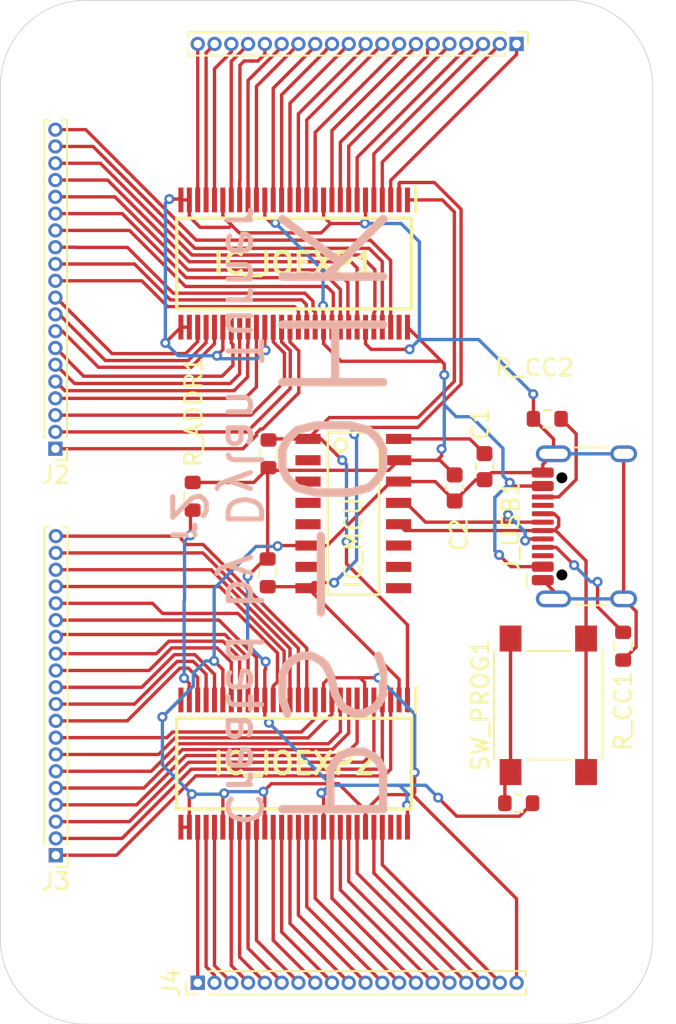
<source format=kicad_pcb>
(kicad_pcb (version 20240108) (generator "pcbnew") (generator_version "8.0")
  (title_block (title "PS-OHK Control Board") (date "2024-06-24") (rev "2") (company "Polymath-Studio"))
  (layers (0 "F.Cu" signal) (31 "B.Cu" signal) (34 "B.Paste" user) (35 "F.Paste" user) (36 "B.SilkS" user "B.Silkscreen") (37 "F.SilkS" user "F.Silkscreen") (38 "B.Mask" user) (39 "F.Mask" user) (44 "Edge.Cuts" user))
  (net 0 "")
  (net 1 "/3V3")
  (net 2 "GND")
  (net 3 "VCC")
  (net 4 "/KEY_F6")
  (net 5 "/KEY_F4")
  (net 6 "/USB-")
  (net 7 "/KEY_F10")
  (net 8 "/KEY_F5")
  (net 9 "/KEY_F12")
  (net 10 "/KEY_F11")
  (net 11 "/SCL")
  (net 12 "/KEY_F9")
  (net 13 "/USB+")
  (net 14 "/KEY_F3")
  (net 15 "/SDA")
  (net 18 "Net-(IC_IOEXP2-A0)")
  (net 19 "/KEY_F7")
  (net 20 "/KEY_ESC")
  (net 21 "/KEY_F1")
  (net 22 "/KEY_F2")
  (net 23 "/KEY_F8")
  (net 31 "/KEY_REAL_6")
  (net 34 "/KEY_BACKSPACE")
  (net 37 "Net-(J_USB1-CC2)")
  (net 38 "Net-(J_USB1-CC1)")
  (net 39 "Net-(R_PROG1-Pad2)")
  (net 40 "/KEY_RIGHT")
  (net 41 "/KEY_LEFT")
  (net 42 "/KEY_DOWN")
  (net 43 "/KEY_UP")
  (net 44 "/KEY_PGU")
  (net 45 "/KEY_DEL")
  (net 46 "/KEY_PGD")
  (net 47 "/KEY_INS")
  (net 48 "/KEY_END")
  (net 49 "/KEY_HOM")
  (net 50 "/KEY_COMMA")
  (net 51 "/KEY_TAB")
  (net 52 "/KEY_1")
  (net 53 "/KEY_SHIFT")
  (net 54 "/KEY_CAPS")
  (net 55 "/KEY_GRAVE")
  (net 56 "/KEY_SEMI")
  (net 57 "/KEY_LBK")
  (net 58 "/KEY_PERD")
  (net 59 "/KEY_APOST")
  (net 60 "/KEY_2")
  (net 61 "/KEY_H")
  (net 62 "/KEY_RBK")
  (net 63 "/KEY_W")
  (net 64 "/KEY_K")
  (net 65 "/KEY_3")
  (net 66 "/KEY_X")
  (net 67 "/KEY_R")
  (net 68 "/KEY_G")
  (net 69 "/KEY_L")
  (net 70 "/KEY_J")
  (net 71 "/KEY_T")
  (net 72 "/KEY_D")
  (net 73 "/KEY_F")
  (net 74 "/KEY_4")
  (net 75 "/KEY_V")
  (net 76 "/KEY_5")
  (net 77 "/KEY_N")
  (net 78 "/KEY_M")
  (net 79 "/KEY_B")
  (net 80 "/KEY_P")
  (net 81 "/KEY_6")
  (net 82 "/KEY_S")
  (net 83 "/KEY_BSLASH")
  (net 84 "/KEY_7")
  (net 85 "/KEY_Z")
  (net 86 "/KEY_Q")
  (net 87 "/KEY_U")
  (net 88 "/KEY_DASH")
  (net 89 "/KEY_0")
  (net 90 "/KEY_RET")
  (net 91 "/KEY_8")
  (net 92 "/KEY_9")
  (net 93 "/KEY_SP")
  (net 94 "/KEY_I")
  (net 95 "/KEY_WIN")
  (net 96 "/KEY_ALT")
  (net 97 "/KEY_Y")
  (net 98 "/KEY_A")
  (net 99 "/KEY_E")
  (net 100 "/KEY_EQ")
  (net 101 "/KEY_CTRL")
  (net 102 "/KEY_O")
  (net 103 "/KEY_SLASH")
  (footprint "ch552g:SOIC-16_3.9x9.9mm_Pitch1.27mm" (layer "F.Cu") (at 46.4304 55.9562)
    (property "Reference" "IC_MCU1")
    (property "Value" "~")
  )
  (footprint "Resistor_SMD:R_0603_1608Metric" (layer "F.Cu") (at 41.325 59.4868 -90)
    (property "Reference" "R_I2C2" (hide yes))
    (property "Value" "1-10k" (hide yes))
  )
  (footprint "Resistor_SMD:R_0603_1608Metric" (layer "F.Cu") (at 41.3758 52.4002 90)
    (property "Reference" "R_I2C1" (hide yes))
    (property "Value" "1-10k" (hide yes))
  )
  (footprint "Connector_PinHeader_1.00mm:PinHeader_1x20_P1.00mm_Vertical" (layer "F.Cu") (at 28.6758 52.0962 180)
    (property "Reference" "J2")
    (property "Value" "Conn_01x20" (hide yes))
  )
  (footprint "Capacitor_SMD:C_0603_1608Metric" (layer "F.Cu") (at 52.468 54.4322 -90)
    (property "Reference" "C2")
    (property "Value" "100nF" (hide yes))
  )
  (footprint "Resistor_SMD:R_0603_1608Metric" (layer "F.Cu") (at 57.986 50.3152 180)
    (property "Reference" "R_CC2")
    (property "Value" "5.1k")
  )
  (footprint "Connector_PinHeader_1.00mm:PinHeader_1x20_P1.00mm_Vertical" (layer "F.Cu") (at 56.1594 27.9908 -90)
    (property "Reference" "J1" (hide yes))
    (property "Value" "Conn_01x20" (hide yes))
  )
  (footprint "Resistor_SMD:R_0603_1608Metric" (layer "F.Cu") (at 36.8546 54.928 -90)
    (property "Reference" "R_ADDR1")
    (property "Value" "1-10k" (hide yes))
  )
  (footprint "PCA9505DGGY:SOP50P810X120-56N" (layer "F.Cu") (at 42.9062 70.844 -90)
    (property "Reference" "IC_IOEXP2")
    (property "Value" "~" (hide yes))
  )
  (footprint "Resistor_SMD:R_0603_1608Metric" (layer "F.Cu") (at 56.2856 73.2028 180)
    (property "Reference" "R_PROG1" (hide yes))
    (property "Value" "10k" (hide yes))
  )
  (footprint "PCA9505DGGY:SOP50P810X120-56N" (layer "F.Cu") (at 42.9062 41.0684 -90)
    (property "Reference" "IC_IOEXP1")
    (property "Value" "~" (hide yes))
  )
  (footprint "Connector_USB:USB_C_Receptacle_HCTL_HC-TYPE-C-16P-01A" (layer "F.Cu") (at 61.464 56.7182 90)
    (property "Reference" "J_USB1")
    (property "Value" "~" (hide yes))
  )
  (footprint "Capacitor_SMD:C_0603_1608Metric" (layer "F.Cu") (at 54.246 53.1622 -90)
    (property "Reference" "C1")
    (property "Value" "100nF" (hide yes))
  )
  (footprint "Connector_PinHeader_1.00mm:PinHeader_1x20_P1.00mm_Vertical" (layer "F.Cu") (at 37.1594 83.8962 90)
    (property "Reference" "J4")
    (property "Value" "Conn_01x20" (hide yes))
  )
  (footprint "Connector_PinHeader_1.00mm:PinHeader_1x20_P1.00mm_Vertical" (layer "F.Cu") (at 28.7012 76.3016 180)
    (property "Reference" "J3")
    (property "Value" "Conn_01x20" (hide yes))
  )
  (footprint "Resistor_SMD:R_0603_1608Metric" (layer "F.Cu") (at 62.5086 63.8556 -90)
    (property "Reference" "R_CC1")
    (property "Value" "5.1k")
  )
  (footprint "Button_Switch_SMD:SW_Push_1P1T_NO_6x6mm_H9.5mm" (layer "F.Cu") (at 58.0488 67.3734 90)
    (property "Reference" "SW_PROG1")
    (property "Value" "~" (hide yes))
  )
  (gr_line (start 25.4 81.28) (end 25.4 30.48) (stroke (width 0.05)) (layer "Edge.Cuts"))
  (gr_line (start 59.182 86.36) (end 30.48 86.36) (stroke (width 0.05)) (layer "Edge.Cuts"))
  (gr_line (start 64.262 30.48) (end 64.262 81.28) (stroke (width 0.05)) (layer "Edge.Cuts"))
  (gr_arc (start 64.262 81.28) (mid 62.774102 84.872102) (end 59.182 86.36) (stroke (width 0.05)) (layer "Edge.Cuts"))
  (gr_arc (start 30.48 86.36) (mid 26.887898 84.872102) (end 25.4 81.28) (stroke (width 0.05)) (layer "Edge.Cuts"))
  (gr_arc (start 59.182 25.4) (mid 62.774102 26.887898) (end 64.262 30.48) (stroke (width 0.05)) (layer "Edge.Cuts"))
  (gr_arc (start 25.4 30.48) (mid 26.887898 26.887898) (end 30.48 25.4) (stroke (width 0.05)) (layer "Edge.Cuts"))
  (gr_line (start 30.48 25.4) (end 59.182 25.4) (stroke (width 0.05)) (layer "Edge.Cuts"))
  (gr_text "PS-OHK" (at 44.958 56.134 -90) (layer "B.SilkS") (effects (font (size 6 6) (thickness 0.5)) (justify mirror)))
  (gr_text "Created by Dylan Turner" (at 39.878 56.134 -90) (layer "B.SilkS") (effects (font (size 2 2) (thickness 0.3)) (justify mirror)))
  (gr_text "r2" (at 36.576 56.134 -90) (layer "B.SilkS") (effects (font (size 2 2) (thickness 0.3)) (justify mirror)))
  (segment (start 54.246 52.3872) (end 53.37 51.5112) (width 0.2) (layer "F.Cu") (net 1))
  (segment (start 53.37 51.5112) (end 49.1304 51.5112) (width 0.2) (layer "F.Cu") (net 1))
  (segment (start 41.5448 72.0432) (end 41.071 72.517) (width 0.2) (layer "F.Cu") (net 2))
  (segment (start 50.088 72.5678) (end 49.961 72.6948) (width 0.2) (layer "F.Cu") (net 2))
  (segment (start 44.6562 67.056) (end 44.6562 66.0685) (width 0.2) (layer "F.Cu") (net 2))
  (segment (start 49.1304 54.0512) (end 48.6804 54.0512) (width 0.2) (layer "F.Cu") (net 2))
  (segment (start 63.2836 63.9056) (end 63.2836 61.7828) (width 0.2) (layer "F.Cu") (net 2))
  (segment (start 35.229 45.7962) (end 35.229 45.7836) (width 0.2) (layer "F.Cu") (net 2))
  (segment (start 38.6562 72.6966) (end 38.6562 74.632) (width 0.2) (layer "F.Cu") (net 2))
  (segment (start 47.1562 37.2804) (end 47.1562 38.6442) (width 0.2) (layer "F.Cu") (net 2))
  (segment (start 46.8229 65.7352) (end 47.929 65.7352) (width 0.2) (layer "F.Cu") (net 2))
  (segment (start 47.4895 46.1772) (end 49.7832 46.1772) (width 0.2) (layer "F.Cu") (net 2))
  (segment (start 57.719 53.5182) (end 57.719 53.0382) (width 0.2) (layer "F.Cu") (net 2))
  (segment (start 47.1062 66.0185) (end 47.1062 67.006) (width 0.2) (layer "F.Cu") (net 2))
  (segment (start 38.6562 65.251906) (end 38.137147 64.732853) (width 0.2) (layer "F.Cu") (net 2))
  (segment (start 41.1562 46.178) (end 41.1562 44.8564) (width 0.2) (layer "F.Cu") (net 2))
  (segment (start 48.1059 72.6948) (end 49.961 72.6948) (width 0.2) (layer "F.Cu") (net 2))
  (segment (start 36.104385 37.228585) (end 36.1562 37.2804) (width 0.2) (layer "F.Cu") (net 2))
  (segment (start 38.6562 38.2679) (end 39.6313 39.243) (width 0.2) (layer "F.Cu") (net 2))
  (segment (start 39.039 38.9128) (end 39.1152 38.8366) (width 0.2) (layer "F.Cu") (net 2))
  (segment (start 44.5137 39.243) (end 45.0725 38.6842) (width 0.2) (layer "F.Cu") (net 2))
  (segment (start 54.246 53.9372) (end 54.665 53.5182) (width 0.2) (layer "F.Cu") (net 2))
  (segment (start 51.312 54.0512) (end 49.1304 54.0512) (width 0.2) (layer "F.Cu") (net 2))
  (segment (start 39.6313 39.243) (end 44.5137 39.243) (width 0.2) (layer "F.Cu") (net 2))
  (segment (start 36.6562 37.2804) (end 36.6562 38.2679) (width 0.2) (layer "F.Cu") (net 2))
  (segment (start 47.1562 73.6445) (end 45.5549 72.0432) (width 0.2) (layer "F.Cu") (net 2))
  (segment (start 38.7342 72.6186) (end 38.6562 72.6966) (width 0.2) (layer "F.Cu") (net 2))
  (segment (start 57.161 48.8552) (end 57.15 48.8442) (width 0.2) (layer "F.Cu") (net 2))
  (segment (start 63.2836 61.7828) (end 62.539 61.0382) (width 0.2) (layer "F.Cu") (net 2))
  (segment (start 50.088 71.374) (end 50.088 72.5678) (width 0.2) (layer "F.Cu") (net 2))
  (segment (start 35.465415 37.228585) (end 36.104385 37.228585) (width 0.2) (layer "F.Cu") (net 2))
  (segment (start 47.1562 74.632) (end 47.1562 73.6445) (width 0.2) (layer "F.Cu") (net 2))
  (segment (start 41.1562 74.632) (end 41.1562 72.6022) (width 0.2) (layer "F.Cu") (net 2))
  (segment (start 46.8229 65.7352) (end 47.1062 66.0185) (width 0.2) (layer "F.Cu") (net 2))
  (segment (start 37.3011 38.9128) (end 39.039 38.9128) (width 0.2) (layer "F.Cu") (net 2))
  (segment (start 44.6562 37.2804) (end 44.6562 38.2679) (width 0.2) (layer "F.Cu") (net 2))
  (segment (start 52.468 55.2072) (end 51.312 54.0512) (width 0.2) (layer "F.Cu") (net 2))
  (segment (start 44.9895 65.7352) (end 46.8229 65.7352) (width 0.2) (layer "F.Cu") (net 2))
  (segment (start 56.1594 78.8932) (end 56.1594 83.8962) (width 0.2) (layer "F.Cu") (net 2))
  (segment (start 58.359 51.5132) (end 57.161 50.3152) (width 0.2) (layer "F.Cu") (net 2))
  (segment (start 36.1562 67.056) (end 36.068 67.056) (width 0.2) (layer "F.Cu") (net 2))
  (segment (start 58.359 61.0382) (end 58.359 60.5582) (width 0.2) (layer "F.Cu") (net 2))
  (segment (start 44.6562 38.2679) (end 45.0725 38.6842) (width 0.2) (layer "F.Cu") (net 2))
  (segment (start 35.229 45.7836) (end 36.1562 44.8564) (width 0.2) (layer "F.Cu") (net 2))
  (segment (start 54.665 53.5182) (end 57.719 53.5182) (width 0.2) (layer "F.Cu") (net 2))
  (segment (start 57.161 50.3152) (end 57.161 48.8552) (width 0.2) (layer "F.Cu") (net 2))
  (segment (start 47.1562 45.8439) (end 47.4895 46.1772) (width 0.2) (layer "F.Cu") (net 2))
  (segment (start 58.359 60.5582) (end 57.719 59.9182) (width 0.2) (layer "F.Cu") (net 2))
  (segment (start 38.6562 67.056) (end 38.6562 65.251906) (width 0.2) (layer "F.Cu") (net 2))
  (segment (start 48.6804 54.0512) (end 44.8704 57.8612) (width 0.2) (layer "F.Cu") (net 2))
  (segment (start 49.961 72.6948) (end 56.1594 78.8932) (width 0.2) (layer "F.Cu") (net 2))
  (segment (start 57.719 53.0382) (end 58.359 52.3982) (width 0.2) (layer "F.Cu") (net 2))
  (segment (start 36.6562 72.817) (end 36.8038 72.6694) (width 0.2) (layer "F.Cu") (net 2))
  (segment (start 36.6562 74.632) (end 36.1562 74.632) (width 0.2) (layer "F.Cu") (net 2))
  (segment (start 36.1562 37.2804) (end 36.6562 37.2804) (width 0.2) (layer "F.Cu") (net 2))
  (segment (start 44.8704 57.8612) (end 43.7304 57.8612) (width 0.2) (layer "F.Cu") (net 2))
  (segment (start 47.1062 67.006) (end 47.1562 67.056) (width 0.2) (layer "F.Cu") (net 2))
  (segment (start 58.359 52.3982) (end 58.359 51.5132) (width 0.2) (layer "F.Cu") (net 2))
  (segment (start 47.1562 73.6445) (end 48.1059 72.6948) (width 0.2) (layer "F.Cu") (net 2))
  (segment (start 41.1562 72.6022) (end 41.071 72.517) (width 0.2) (layer "F.Cu") (net 2))
  (segment (start 41.2062 46.228) (end 41.1562 46.178) (width 0.2) (layer "F.Cu") (net 2))
  (segment (start 38.6562 44.8564) (end 38.6562 46.2044) (width 0.2) (layer "F.Cu") (net 2))
  (segment (start 44.6562 66.0685) (end 44.9895 65.7352) (width 0.2) (layer "F.Cu") (net 2))
  (segment (start 62.539 52.3982) (end 62.539 61.0382) (width 0.2) (layer "F.Cu") (net 2))
  (segment (start 45.0725 38.6842) (end 47.1162 38.6842) (width 0.2) (layer "F.Cu") (net 2))
  (segment (start 36.068 67.056) (end 35.052 68.072) (width 0.2) (layer "F.Cu") (net 2))
  (segment (start 36.6562 74.632) (end 36.6562 72.817) (width 0.2) (layer "F.Cu") (net 2))
  (segment (start 47.1162 44.8164) (end 47.1562 44.8564) (width 0.2) (layer "F.Cu") (net 2))
  (segment (start 38.6562 37.2804) (end 38.6562 38.2679) (width 0.2) (layer "F.Cu") (net 2))
  (segment (start 36.6562 44.8564) (end 36.1562 44.8564) (width 0.2) (layer "F.Cu") (net 2))
  (segment (start 38.6562 46.2044) (end 38.3024 46.5582) (width 0.2) (layer "F.Cu") (net 2))
  (segment (start 47.1562 44.8564) (end 47.1562 45.8439) (width 0.2) (layer "F.Cu") (net 2))
  (segment (start 62.5086 64.6806) (end 63.2836 63.9056) (width 0.2) (layer "F.Cu") (net 2))
  (segment (start 36.6562 38.2679) (end 37.3011 38.9128) (width 0.2) (layer "F.Cu") (net 2))
  (segment (start 53.738 53.9372) (end 52.468 55.2072) (width 0.2) (layer "F.Cu") (net 2))
  (segment (start 47.1562 38.6442) (end 47.1162 38.6842) (width 0.2) (layer "F.Cu") (net 2))
  (segment (start 43.7304 57.8612) (end 41.954603 57.8612) (width 0.2) (layer "F.Cu") (net 2))
  (segment (start 54.246 53.9372) (end 53.738 53.9372) (width 0.2) (layer "F.Cu") (net 2))
  (segment (start 45.5549 72.0432) (end 41.5448 72.0432) (width 0.2) (layer "F.Cu") (net 2))
  (segment (start 41.954603 57.8612) (end 41.921105 57.894698) (width 0.2) (layer "F.Cu") (net 2))
  (via (at 41.071 72.517) (size 0.6) (drill 0.3) (layers "F.Cu" "B.Cu") (net 2))
  (via (at 49.7832 46.1772) (size 0.6) (drill 0.3) (layers "F.Cu" "B.Cu") (net 2))
  (via (at 57.15 48.8442) (size 0.6) (drill 0.3) (layers "F.Cu" "B.Cu") (net 2))
  (via (at 36.8038 72.6694) (size 0.6) (drill 0.3) (layers "F.Cu" "B.Cu") (net 2))
  (via (at 38.7342 72.6186) (size 0.6) (drill 0.3) (layers "F.Cu" "B.Cu") (net 2))
  (via (at 35.052 68.072) (size 0.6) (drill 0.3) (layers "F.Cu" "B.Cu") (net 2))
  (via (at 50.088 71.374) (size 0.6) (drill 0.3) (layers "F.Cu" "B.Cu") (net 2))
  (via (at 35.229 45.7962) (size 0.6) (drill 0.3) (layers "F.Cu" "B.Cu") (net 2))
  (via (at 35.465415 37.228585) (size 0.6) (drill 0.3) (layers "F.Cu" "B.Cu") (net 2))
  (via (at 38.3024 46.5582) (size 0.6) (drill 0.3) (layers "F.Cu" "B.Cu") (net 2))
  (via (at 41.2062 46.228) (size 0.6) (drill 0.3) (layers "F.Cu" "B.Cu") (net 2))
  (via (at 47.929 65.7352) (size 0.6) (drill 0.3) (layers "F.Cu" "B.Cu") (net 2))
  (via (at 38.137147 64.732853) (size 0.6) (drill 0.3) (layers "F.Cu" "B.Cu") (net 2))
  (via (at 41.921105 57.894698) (size 0.6) (drill 0.3) (layers "F.Cu" "B.Cu") (net 2))
  (via (at 47.1162 38.6842) (size 0.6) (drill 0.3) (layers "F.Cu" "B.Cu") (net 2))
  (segment (start 38.8358 72.517) (end 38.7342 72.6186) (width 0.2) (layer "B.Cu") (net 2))
  (segment (start 58.359 52.3982) (end 62.539 52.3982) (width 0.2) (layer "B.Cu") (net 2))
  (segment (start 35.229 37.465) (end 35.465415 37.228585) (width 0.2) (layer "B.Cu") (net 2))
  (segment (start 36.8966 65.4654) (end 36.8966 66.2274) (width 0.2) (layer "B.Cu") (net 2))
  (segment (start 38.137147 60.414853) (end 38.137147 64.732853) (width 0.2) (layer "B.Cu") (net 2))
  (segment (start 41.2062 46.228) (end 40.6982 46.736) (width 0.2) (layer "B.Cu") (net 2))
  (segment (start 57.15 48.8442) (end 53.8988 45.593) (width 0.2) (layer "B.Cu") (net 2))
  (segment (start 35.052 70.9176) (end 36.8038 72.6694) (width 0.2) (layer "B.Cu") (net 2))
  (segment (start 47.929 65.7352) (end 50.088 67.8942) (width 0.2) (layer "B.Cu") (net 2))
  (segment (start 53.8988 45.593) (end 50.3674 45.593) (width 0.2) (layer "B.Cu") (net 2))
  (segment (start 49.2752 38.6842) (end 47.1162 38.6842) (width 0.2) (layer "B.Cu") (net 2))
  (segment (start 41.903803 57.912) (end 40.64 57.912) (width 0.2) (layer "B.Cu") (net 2))
  (segment (start 36.8038 72.6694) (end 38.6834 72.6694) (width 0.2) (layer "B.Cu") (net 2))
  (segment (start 35.052 68.072) (end 35.052 70.9176) (width 0.2) (layer "B.Cu") (net 2))
  (segment (start 38.6834 72.6694) (end 38.7342 72.6186) (width 0.2) (layer "B.Cu") (net 2))
  (segment (start 36.8966 66.2274) (end 35.052 68.072) (width 0.2) (layer "B.Cu") (net 2))
  (segment (start 38.3024 46.5582) (end 35.991 46.5582) (width 0.2) (layer "B.Cu") (net 2))
  (segment (start 37.629147 64.732853) (end 36.8966 65.4654) (width 0.2) (layer "B.Cu") (net 2))
  (segment (start 47.1162 38.6842) (end 47.0908 38.7096) (width 0.2) (layer "B.Cu") (net 2))
  (segment (start 41.071 72.517) (end 38.8358 72.517) (width 0.2) (layer "B.Cu") (net 2))
  (segment (start 41.921105 57.894698) (end 41.903803 57.912) (width 0.2) (layer "B.Cu") (net 2))
  (segment (start 35.991 46.5582) (end 35.229 45.7962) (width 0.2) (layer "B.Cu") (net 2))
  (segment (start 58.359 61.0382) (end 62.539 61.0382) (width 0.2) (layer "B.Cu") (net 2))
  (segment (start 40.64 57.912) (end 38.137147 60.414853) (width 0.2) (layer "B.Cu") (net 2))
  (segment (start 49.7832 46.1772) (end 50.3674 45.593) (width 0.2) (layer "B.Cu") (net 2))
  (segment (start 38.137147 64.732853) (end 37.629147 64.732853) (width 0.2) (layer "B.Cu") (net 2))
  (segment (start 50.3674 45.593) (end 50.3674 39.7764) (width 0.2) (layer "B.Cu") (net 2))
  (segment (start 50.088 67.8942) (end 50.088 71.374) (width 0.2) (layer "B.Cu") (net 2))
  (segment (start 38.4802 46.736) (end 38.3024 46.5582) (width 0.2) (layer "B.Cu") (net 2))
  (segment (start 35.229 45.7962) (end 35.229 37.465) (width 0.2) (layer "B.Cu") (net 2))
  (segment (start 50.3674 39.7764) (end 49.2752 38.6842) (width 0.2) (layer "B.Cu") (net 2))
  (segment (start 40.6982 46.736) (end 38.4802 46.736) (width 0.2) (layer "B.Cu") (net 2))
  (segment (start 44.6562 44.8564) (end 44.6562 45.8439) (width 0.2) (layer "F.Cu") (net 3))
  (segment (start 41.325 58.6618) (end 41.325 53.276) (width 0.2) (layer "F.Cu") (net 3))
  (segment (start 44.6562 72.724) (end 44.6562 74.632) (width 0.2) (layer "F.Cu") (net 3))
  (segment (start 36.8546 54.103) (end 40.498 54.103) (width 0.2) (layer "F.Cu") (net 3))
  (segment (start 41.5318 53.3812) (end 41.3758 53.2252) (width 0.2) (layer "F.Cu") (net 3))
  (segment (start 41.1562 37.2804) (end 41.1562 38.2679) (width 0.2) (layer "F.Cu") (net 3))
  (segment (start 41.1562 65.2698) (end 41.1562 67.056) (width 0.2) (layer "F.Cu") (net 3))
  (segment (start 55.9522 54.3182) (end 57.719 54.3182) (width 0.2) (layer "F.Cu") (net 3))
  (segment (start 48.5304 53.3812) (end 41.5318 53.3812) (width 0.2) (layer "F.Cu") (net 3))
  (segment (start 41.1562 68.1686) (end 41.402 68.4144) (width 0.2) (layer "F.Cu") (net 3))
  (segment (start 49.6562 73.3552) (end 49.6308 73.3298) (width 0.2) (layer "F.Cu") (net 3))
  (segment (start 57.1106 73.2028) (end 56.3356 73.9778) (width 0.2) (layer "F.Cu") (net 3))
  (segment (start 44.6562 45.8439) (end 45.7007 46.8884) (width 0.2) (layer "F.Cu") (net 3))
  (segment (start 41.1562 67.056) (end 41.1562 68.1686) (width 0.2) (layer "F.Cu") (net 3))
  (segment (start 41.325 58.6618) (end 41.1602 58.6618) (width 0.2) (layer "F.Cu") (net 3))
  (segment (start 49.1304 52.7812) (end 48.5304 53.3812) (width 0.2) (layer "F.Cu") (net 3))
  (segment (start 51.8502 47.0504) (end 51.8502 47.7012) (width 0.2) (layer "F.Cu") (net 3))
  (segment (start 55.7522 54.1182) (end 55.9522 54.3182) (width 0.2) (layer "F.Cu") (net 3))
  (segment (start 41.2062 65.2198) (end 41.1562 65.2698) (width 0.2) (layer "F.Cu") (net 3))
  (segment (start 44.5254 72.5932) (end 44.6562 72.724) (width 0.2) (layer "F.Cu") (net 3))
  (segment (start 44.627 44.8272) (end 44.6562 44.8564) (width 0.2) (layer "F.Cu") (net 3))
  (segment (start 41.5313 38.643) (end 41.7822 38.643) (width 0.2) (layer "F.Cu") (net 3))
  (segment (start 51.6882 52.5272) (end 51.4342 52.7812) (width 0.2) (layer "F.Cu") (net 3))
  (segment (start 45.7007 46.8884) (end 51.6882 46.8884) (width 0.2) (layer "F.Cu") (net 3))
  (segment (start 51.592 52.7812) (end 51.4342 52.7812) (width 0.2) (layer "F.Cu") (net 3))
  (segment (start 56.3356 73.9778) (end 52.5902 73.9778) (width 0.2) (layer "F.Cu") (net 3))
  (segment (start 57.719 59.1182) (end 55.8162 59.1182) (width 0.2) (layer "F.Cu") (net 3))
  (segment (start 52.468 53.6572) (end 51.592 52.7812) (width 0.2) (layer "F.Cu") (net 3))
  (segment (start 44.627 43.5864) (end 44.627 44.8272) (width 0.2) (layer "F.Cu") (net 3))
  (segment (start 41.1602 58.6618) (end 40.132 59.69) (width 0.2) (layer "F.Cu") (net 3))
  (segment (start 55.8162 59.1182) (end 55.118 58.42) (width 0.2) (layer "F.Cu") (net 3))
  (segment (start 51.4342 52.7812) (end 49.1304 52.7812) (width 0.2) (layer "F.Cu") (net 3))
  (segment (start 51.6882 46.8884) (end 51.8502 47.0504) (width 0.2) (layer "F.Cu") (net 3))
  (segment (start 41.1562 38.2679) (end 41.5313 38.643) (width 0.2) (layer "F.Cu") (net 3))
  (segment (start 52.5902 73.9778) (end 51.485 72.8726) (width 0.2) (layer "F.Cu") (net 3))
  (segment (start 41.325 53.276) (end 41.3758 53.2252) (width 0.2) (layer "F.Cu") (net 3))
  (segment (start 49.6562 74.632) (end 49.6562 73.3552) (width 0.2) (layer "F.Cu") (net 3))
  (segment (start 40.498 54.103) (end 41.3758 53.2252) (width 0.2) (layer "F.Cu") (net 3))
  (segment (start 41.2062 64.771622) (end 41.2062 65.2198) (width 0.2) (layer "F.Cu") (net 3))
  (segment (start 49.6562 44.8564) (end 51.6882 46.8884) (width 0.2) (layer "F.Cu") (net 3))
  (segment (start 51.6882 52.1112) (end 51.6882 52.5272) (width 0.2) (layer "F.Cu") (net 3))
  (via (at 51.485 72.8726) (size 0.6) (drill 0.3) (layers "F.Cu" "B.Cu") (net 3))
  (via (at 44.627 43.5864) (size 0.6) (drill 0.3) (layers "F.Cu" "B.Cu") (net 3))
  (via (at 41.2062 64.771622) (size 0.6) (drill 0.3) (layers "F.Cu" "B.Cu") (net 3))
  (via (at 49.6308 73.3298) (size 0.6) (drill 0.3) (layers "F.Cu" "B.Cu") (net 3))
  (via (at 44.5254 72.5932) (size 0.6) (drill 0.3) (layers "F.Cu" "B.Cu") (net 3))
  (via (at 55.7522 54.1182) (size 0.6) (drill 0.3) (layers "F.Cu" "B.Cu") (net 3))
  (via (at 41.402 68.4144) (size 0.6) (drill 0.3) (layers "F.Cu" "B.Cu") (net 3))
  (via (at 51.8502 47.7012) (size 0.6) (drill 0.3) (layers "F.Cu" "B.Cu") (net 3))
  (via (at 40.132 59.69) (size 0.6) (drill 0.3) (layers "F.Cu" "B.Cu") (net 3))
  (via (at 41.7822 38.643) (size 0.6) (drill 0.3) (layers "F.Cu" "B.Cu") (net 3))
  (via (at 55.118 58.42) (size 0.6) (drill 0.3) (layers "F.Cu" "B.Cu") (net 3))
  (via (at 51.6882 52.1112) (size 0.6) (drill 0.3) (layers "F.Cu" "B.Cu") (net 3))
  (segment (start 45.212 72.136) (end 44.9826 72.136) (width 0.2) (layer "B.Cu") (net 3))
  (segment (start 51.8502 47.7012) (end 51.8502 49.4792) (width 0.2) (layer "B.Cu") (net 3))
  (segment (start 44.9826 72.136) (end 44.5254 72.5932) (width 0.2) (layer "B.Cu") (net 3))
  (segment (start 55.7522 54.1182) (end 55.3458 53.7118) (width 0.2) (layer "B.Cu") (net 3))
  (segment (start 45.1236 72.136) (end 45.212 72.136) (width 0.2) (layer "B.Cu") (net 3))
  (segment (start 55.3458 53.7118) (end 55.3458 52.07) (width 0.2) (layer "B.Cu") (net 3))
  (segment (start 49.1736 72.136) (end 48.9196 72.136) (width 0.2) (layer "B.Cu") (net 3))
  (segment (start 49.6308 73.3298) (end 49.6308 72.5932) (width 0.2) (layer "B.Cu") (net 3))
  (segment (start 40.132 63.754) (end 41.149622 64.771622) (width 0.2) (layer "B.Cu") (net 3))
  (segment (start 51.8502 51.9492) (end 51.6882 52.1112) (width 0.2) (layer "B.Cu") (net 3))
  (segment (start 41.7822 38.643) (end 44.627 41.4878) (width 0.2) (layer "B.Cu") (net 3))
  (segment (start 50.7484 72.136) (end 48.9196 72.136) (width 0.2) (layer "B.Cu") (net 3))
  (segment (start 41.402 68.4144) (end 45.1236 72.136) (width 0.2) (layer "B.Cu") (net 3))
  (segment (start 51.485 72.8726) (end 50.7484 72.136) (width 0.2) (layer "B.Cu") (net 3))
  (segment (start 52.5614 50.1904) (end 51.8502 49.4792) (width 0.2) (layer "B.Cu") (net 3))
  (segment (start 51.8502 49.4792) (end 51.8502 51.9492) (width 0.2) (layer "B.Cu") (net 3))
  (segment (start 41.149622 64.771622) (end 41.2062 64.771622) (width 0.2) (layer "B.Cu") (net 3))
  (segment (start 55.3458 52.07) (end 53.4662 50.1904) (width 0.2) (layer "B.Cu") (net 3))
  (segment (start 53.4662 50.1904) (end 52.5614 50.1904) (width 0.2) (layer "B.Cu") (net 3))
  (segment (start 44.627 41.4878) (end 44.627 43.5864) (width 0.2) (layer "B.Cu") (net 3))
  (segment (start 54.864 58.166) (end 54.864 55.0064) (width 0.2) (layer "B.Cu") (net 3))
  (segment (start 54.864 55.0064) (end 55.7522 54.1182) (width 0.2) (layer "B.Cu") (net 3))
  (segment (start 49.6308 72.5932) (end 49.1736 72.136) (width 0.2) (layer "B.Cu") (net 3))
  (segment (start 55.118 58.42) (end 54.864 58.166) (width 0.2) (layer "B.Cu") (net 3))
  (segment (start 40.132 59.69) (end 40.132 63.754) (width 0.2) (layer "B.Cu") (net 3))
  (segment (start 48.9196 72.136) (end 45.212 72.136) (width 0.2) (layer "B.Cu") (net 3))
  (segment (start 45.1562 33.1512) (end 50.1594 28.148) (width 0.2) (layer "F.Cu") (net 4))
  (segment (start 50.1594 28.148) (end 50.1594 27.9908) (width 0.2) (layer "F.Cu") (net 4))
  (segment (start 45.1562 37.2804) (end 45.1562 33.1512) (width 0.2) (layer "F.Cu") (net 4))
  (segment (start 46.1562 34.0816) (end 52.1594 28.0784) (width 0.2) (layer "F.Cu") (net 5))
  (segment (start 46.1562 37.2804) (end 46.1562 34.0816) (width 0.2) (layer "F.Cu") (net 5))
  (segment (start 52.1594 28.0784) (end 52.1594 27.9908) (width 0.2) (layer "F.Cu") (net 5))
  (segment (start 49.5804 55.3212) (end 50.7274 56.4682) (width 0.2) (layer "F.Cu") (net 6))
  (segment (start 50.7274 56.4682) (end 53.9488 56.4682) (width 0.2) (layer "F.Cu") (net 6))
  (segment (start 56.76961 57.4682) (end 56.669611 57.568199) (width 0.2) (layer "F.Cu") (net 6))
  (segment (start 55.2148 56.4682) (end 53.9488 56.4682) (width 0.2) (layer "F.Cu") (net 6))
  (segment (start 49.1304 55.3212) (end 49.5804 55.3212) (width 0.2) (layer "F.Cu") (net 6))
  (segment (start 55.6506 56.0324) (end 55.2148 56.4682) (width 0.2) (layer "F.Cu") (net 6))
  (segment (start 53.9488 56.4682) (end 57.719 56.4682) (width 0.2) (layer "F.Cu") (net 6))
  (segment (start 57.719 57.4682) (end 56.76961 57.4682) (width 0.2) (layer "F.Cu") (net 6))
  (via (at 56.669611 57.568199) (size 0.6) (drill 0.3) (layers "F.Cu" "B.Cu") (net 6))
  (via (at 55.6506 56.0324) (size 0.6) (drill 0.3) (layers "F.Cu" "B.Cu") (net 6))
  (segment (start 56.669611 57.051411) (end 55.6506 56.0324) (width 0.2) (layer "B.Cu") (net 6))
  (segment (start 56.669611 57.568199) (end 56.669611 57.051411) (width 0.2) (layer "B.Cu") (net 6))
  (segment (start 42.6562 37.2804) (end 42.6562 31.519305) (width 0.2) (layer "F.Cu") (net 7))
  (segment (start 46.1594 28.016105) (end 46.1594 27.9908) (width 0.2) (layer "F.Cu") (net 7))
  (segment (start 42.6562 31.519305) (end 46.1594 28.016105) (width 0.2) (layer "F.Cu") (net 7))
  (segment (start 50.85 28.6512) (end 50.85 28.3002) (width 0.2) (layer "F.Cu") (net 8))
  (segment (start 45.6562 33.845) (end 50.85 28.6512) (width 0.2) (layer "F.Cu") (net 8))
  (segment (start 50.85 28.3002) (end 51.1594 27.9908) (width 0.2) (layer "F.Cu") (net 8))
  (segment (start 45.6562 37.2804) (end 45.6562 33.845) (width 0.2) (layer "F.Cu") (net 8))
  (segment (start 41.6562 30.6314) (end 44.1594 28.1282) (width 0.2) (layer "F.Cu") (net 9))
  (segment (start 44.1594 28.1282) (end 44.1594 27.9908) (width 0.2) (layer "F.Cu") (net 9))
  (segment (start 41.6562 37.2804) (end 41.6562 30.6314) (width 0.2) (layer "F.Cu") (net 9))
  (segment (start 42.1562 37.2804) (end 42.1562 31.0204) (width 0.2) (layer "F.Cu") (net 10))
  (segment (start 44.7794 28.3972) (end 44.7794 28.3708) (width 0.2) (layer "F.Cu") (net 10))
  (segment (start 44.7794 28.3708) (end 45.1594 27.9908) (width 0.2) (layer "F.Cu") (net 10))
  (segment (start 42.1562 31.0204) (end 44.7794 28.3972) (width 0.2) (layer "F.Cu") (net 10))
  (segment (start 49.1562 67.056) (end 49.1562 65.827) (width 0.2) (layer "F.Cu") (net 11))
  (segment (start 50.272686 50.8254) (end 47.548 50.8254) (width 0.2) (layer "F.Cu") (net 11))
  (segment (start 47.548 50.8254) (end 46.8876 50.8254) (width 0.2) (layer "F.Cu") (net 11))
  (segment (start 43.641 60.3118) (end 43.7304 60.4012) (width 0.2) (layer "F.Cu") (net 11))
  (segment (start 49.1562 36.2929) (end 49.2062 36.2429) (width 0.2) (layer "F.Cu") (net 11))
  (segment (start 51.260386 36.2429) (end 52.8502 37.832714) (width 0.2) (layer "F.Cu") (net 11))
  (segment (start 52.8502 48.247886) (end 50.272686 50.8254) (width 0.2) (layer "F.Cu") (net 11))
  (segment (start 49.1562 65.827) (end 43.7304 60.4012) (width 0.2) (layer "F.Cu") (net 11))
  (segment (start 46.8876 50.8254) (end 46.4812 51.2318) (width 0.2) (layer "F.Cu") (net 11))
  (segment (start 49.2062 36.2429) (end 51.260386 36.2429) (width 0.2) (layer "F.Cu") (net 11))
  (segment (start 49.1562 37.2804) (end 49.1562 36.2929) (width 0.2) (layer "F.Cu") (net 11))
  (segment (start 41.325 60.3118) (end 43.641 60.3118) (width 0.2) (layer "F.Cu") (net 11))
  (segment (start 52.8502 37.832714) (end 52.8502 48.247886) (width 0.2) (layer "F.Cu") (net 11))
  (segment (start 44.0606 60.071) (end 43.7304 60.4012) (width 0.2) (layer "F.Cu") (net 11))
  (segment (start 45.2874 60.071) (end 44.0606 60.071) (width 0.2) (layer "F.Cu") (net 11))
  (via (at 46.4812 51.2318) (size 0.6) (drill 0.3) (layers "F.Cu" "B.Cu") (net 11))
  (via (at 45.2874 60.071) (size 0.6) (drill 0.3) (layers "F.Cu" "B.Cu") (net 11))
  (segment (start 46.624 58.7344) (end 45.2874 60.071) (width 0.2) (layer "B.Cu") (net 11))
  (segment (start 46.4812 51.2318) (end 46.624 51.3746) (width 0.2) (layer "B.Cu") (net 11))
  (segment (start 46.624 51.3746) (end 46.624 58.7344) (width 0.2) (layer "B.Cu") (net 11))
  (segment (start 43.1562 32.154) (end 47.1594 28.1508) (width 0.2) (layer "F.Cu") (net 12))
  (segment (start 47.1594 28.1508) (end 47.1594 27.9908) (width 0.2) (layer "F.Cu") (net 12))
  (segment (start 43.1562 37.2804) (end 43.1562 32.154) (width 0.2) (layer "F.Cu") (net 12))
  (segment (start 57.719 55.9682) (end 58.40141 55.9682) (width 0.2) (layer "F.Cu") (net 13))
  (segment (start 49.1304 56.5912) (end 49.5074 56.9682) (width 0.2) (layer "F.Cu") (net 13))
  (segment (start 58.4914 56.9682) (end 57.719 56.9682) (width 0.2) (layer "F.Cu") (net 13))
  (segment (start 60.2988 71.3484) (end 60.2988 63.3984) (width 0.2) (layer "F.Cu") (net 13))
  (segment (start 49.5074 56.9682) (end 57.719 56.9682) (width 0.2) (layer "F.Cu") (net 13))
  (segment (start 58.669 56.70061) (end 58.40141 56.9682) (width 0.2) (layer "F.Cu") (net 13))
  (segment (start 60.2988 63.3984) (end 60.2988 58.7756) (width 0.2) (layer "F.Cu") (net 13))
  (segment (start 58.40141 56.9682) (end 57.719 56.9682) (width 0.2) (layer "F.Cu") (net 13))
  (segment (start 60.2988 58.7756) (end 58.4914 56.9682) (width 0.2) (layer "F.Cu") (net 13))
  (segment (start 58.40141 55.9682) (end 58.669 56.23579) (width 0.2) (layer "F.Cu") (net 13))
  (segment (start 58.669 56.23579) (end 58.669 56.70061) (width 0.2) (layer "F.Cu") (net 13))
  (segment (start 46.6562 34.75) (end 53.1594 28.2468) (width 0.2) (layer "F.Cu") (net 14))
  (segment (start 46.6562 37.2804) (end 46.6562 34.75) (width 0.2) (layer "F.Cu") (net 14))
  (segment (start 53.1594 28.2468) (end 53.1594 27.9908) (width 0.2) (layer "F.Cu") (net 14))
  (segment (start 43.7304 51.5112) (end 41.4398 51.5112) (width 0.2) (layer "F.Cu") (net 15))
  (segment (start 52.4502 48.0822) (end 50.2912 50.2412) (width 0.2) (layer "F.Cu") (net 15))
  (segment (start 43.7304 51.5112) (end 44.5 51.5112) (width 0.2) (layer "F.Cu") (net 15))
  (segment (start 41.4398 51.5112) (end 41.3758 51.5752) (width 0.2) (layer "F.Cu") (net 15))
  (segment (start 52.4502 37.9984) (end 52.4502 48.0822) (width 0.2) (layer "F.Cu") (net 15))
  (segment (start 50.2912 50.2412) (end 45.0004 50.2412) (width 0.2) (layer "F.Cu") (net 15))
  (segment (start 51.7322 37.2804) (end 52.4502 37.9984) (width 0.2) (layer "F.Cu") (net 15))
  (segment (start 49.6562 37.2804) (end 51.7322 37.2804) (width 0.2) (layer "F.Cu") (net 15))
  (segment (start 49.6562 67.056) (end 49.6562 62.577) (width 0.2) (layer "F.Cu") (net 15))
  (segment (start 46.024 58.9448) (end 46.024 57.6326) (width 0.2) (layer "F.Cu") (net 15))
  (segment (start 45.0004 50.2412) (end 43.7304 51.5112) (width 0.2) (layer "F.Cu") (net 15))
  (segment (start 44.5 51.5112) (end 45.77 52.7812) (width 0.2) (layer "F.Cu") (net 15))
  (segment (start 49.6562 62.577) (end 46.024 58.9448) (width 0.2) (layer "F.Cu") (net 15))
  (via (at 46.024 57.6326) (size 0.6) (drill 0.3) (layers "F.Cu" "B.Cu") (net 15))
  (via (at 45.77 52.7812) (size 0.6) (drill 0.3) (layers "F.Cu" "B.Cu") (net 15))
  (segment (start 46.024 53.0352) (end 46.024 57.6326) (width 0.2) (layer "B.Cu") (net 15))
  (segment (start 45.77 52.7812) (end 46.024 53.0352) (width 0.2) (layer "B.Cu") (net 15))
  (segment (start 36.6562 66.0702) (end 36.3466 65.7606) (width 0.2) (layer "F.Cu") (net 18))
  (segment (start 36.7276 55.88) (end 36.8546 55.753) (width 0.2) (layer "F.Cu") (net 18))
  (segment (start 36.6562 67.056) (end 36.6562 66.0702) (width 0.2) (layer "F.Cu") (net 18))
  (segment (start 36.7276 57.2516) (end 36.7276 55.88) (width 0.2) (layer "F.Cu") (net 18))
  (via (at 36.7276 57.2516) (size 0.6) (drill 0.3) (layers "F.Cu" "B.Cu") (net 18))
  (via (at 36.3466 65.7606) (size 0.6) (drill 0.3) (layers "F.Cu" "B.Cu") (net 18))
  (segment (start 36.372 57.6072) (end 36.7276 57.2516) (width 0.2) (layer "B.Cu") (net 18))
  (segment (start 36.3466 65.7606) (end 36.3466 61.1632) (width 0.2) (layer "B.Cu") (net 18))
  (segment (start 36.372 61.1378) (end 36.372 57.6072) (width 0.2) (layer "B.Cu") (net 18))
  (segment (start 36.3466 61.1632) (end 36.372 61.1378) (width 0.2) (layer "B.Cu") (net 18))
  (segment (start 44.1562 37.2804) (end 44.1562 33.2622) (width 0.2) (layer "F.Cu") (net 19))
  (segment (start 44.1562 33.2622) (end 49.1594 28.259) (width 0.2) (layer "F.Cu") (net 19))
  (segment (start 49.1594 28.259) (end 49.1594 27.9908) (width 0.2) (layer "F.Cu") (net 19))
  (segment (start 56.1594 28.6158) (end 48.6562 36.119) (width 0.2) (layer "F.Cu") (net 20))
  (segment (start 56.1594 27.9908) (end 56.1594 28.6158) (width 0.2) (layer "F.Cu") (net 20))
  (segment (start 48.6562 36.119) (end 48.6562 37.2804) (width 0.2) (layer "F.Cu") (net 20))
  (segment (start 48.1562 37.2804) (end 48.1562 35.028) (width 0.2) (layer "F.Cu") (net 21))
  (segment (start 48.1562 35.028) (end 55.1594 28.0248) (width 0.2) (layer "F.Cu") (net 21))
  (segment (start 55.1594 28.0248) (end 55.1594 27.9908) (width 0.2) (layer "F.Cu") (net 21))
  (segment (start 47.6562 34.5374) (end 54.1594 28.0342) (width 0.2) (layer "F.Cu") (net 22))
  (segment (start 47.6562 37.2804) (end 47.6562 34.5374) (width 0.2) (layer "F.Cu") (net 22))
  (segment (start 54.1594 28.0342) (end 54.1594 27.9908) (width 0.2) (layer "F.Cu") (net 22))
  (segment (start 43.6562 37.2804) (end 43.6562 32.519305) (width 0.2) (layer "F.Cu") (net 23))
  (segment (start 43.6562 32.519305) (end 48.1594 28.016105) (width 0.2) (layer "F.Cu") (net 23))
  (segment (start 48.1594 28.016105) (end 48.1594 27.9908) (width 0.2) (layer "F.Cu") (net 23))
  (segment (start 54.1594 83.870895) (end 54.1594 83.8962) (width 0.2) (layer "F.Cu") (net 31))
  (segment (start 47.6562 77.367695) (end 54.1594 83.870895) (width 0.2) (layer "F.Cu") (net 31))
  (segment (start 47.6562 74.632) (end 47.6562 77.367695) (width 0.2) (layer "F.Cu") (net 31))
  (segment (start 48.1562 74.632) (end 48.1562 76.867695) (width 0.2) (layer "F.Cu") (net 34))
  (segment (start 55.1594 83.870895) (end 55.1594 83.8962) (width 0.2) (layer "F.Cu") (net 34))
  (segment (start 48.1562 76.867695) (end 55.1594 83.870895) (width 0.2) (layer "F.Cu") (net 34))
  (segment (start 58.811 50.3152) (end 59.709 51.2132) (width 0.2) (layer "F.Cu") (net 37))
  (segment (start 58.673594 54.9682) (end 57.719 54.9682) (width 0.2) (layer "F.Cu") (net 37))
  (segment (start 59.709 53.932794) (end 58.673594 54.9682) (width 0.2) (layer "F.Cu") (net 37))
  (segment (start 59.709 51.2132) (end 59.709 53.932794) (width 0.2) (layer "F.Cu") (net 37))
  (segment (start 58.5262 57.9682) (end 57.719 57.9682) (width 0.2) (layer "F.Cu") (net 38))
  (segment (start 60.9846 61.5066) (end 60.9846 60.0202) (width 0.2) (layer "F.Cu") (net 38))
  (segment (start 62.5086 63.0306) (end 60.9846 61.5066) (width 0.2) (layer "F.Cu") (net 38))
  (segment (start 59.5876 59.0296) (end 58.5262 57.9682) (width 0.2) (layer "F.Cu") (net 38))
  (via (at 59.5876 59.0296) (size 0.6) (drill 0.3) (layers "F.Cu" "B.Cu") (net 38))
  (via (at 60.9846 60.0202) (size 0.6) (drill 0.3) (layers "F.Cu" "B.Cu") (net 38))
  (segment (start 60.5782 60.0202) (end 59.5876 59.0296) (width 0.2) (layer "B.Cu") (net 38))
  (segment (start 60.9846 60.0202) (end 60.5782 60.0202) (width 0.2) (layer "B.Cu") (net 38))
  (segment (start 55.7988 63.3984) (end 55.7988 71.3484) (width 0.2) (layer "F.Cu") (net 39))
  (segment (start 55.4606 73.2028) (end 55.4606 71.6866) (width 0.2) (layer "F.Cu") (net 39))
  (segment (start 55.4606 71.6866) (end 55.7988 71.3484) (width 0.2) (layer "F.Cu") (net 39))
  (segment (start 39.1562 29.035686) (end 40.1594 28.032486) (width 0.2) (layer "F.Cu") (net 40))
  (segment (start 40.1594 28.032486) (end 40.1594 27.9908) (width 0.2) (layer "F.Cu") (net 40))
  (segment (start 39.1562 37.2804) (end 39.1562 29.035686) (width 0.2) (layer "F.Cu") (net 40))
  (segment (start 39.6562 36.1429) (end 39.674 36.1251) (width 0.2) (layer "F.Cu") (net 41))
  (segment (start 39.928 29.0068) (end 40.74444 29.0068) (width 0.2) (layer "F.Cu") (net 41))
  (segment (start 41.1594 28.59184) (end 41.1594 27.9908) (width 0.2) (layer "F.Cu") (net 41))
  (segment (start 40.74444 29.0068) (end 41.1594 28.59184) (width 0.2) (layer "F.Cu") (net 41))
  (segment (start 39.674 29.2608) (end 39.928 29.0068) (width 0.2) (layer "F.Cu") (net 41))
  (segment (start 39.6562 37.2804) (end 39.6562 36.1429) (width 0.2) (layer "F.Cu") (net 41))
  (segment (start 39.674 36.1251) (end 39.674 29.2608) (width 0.2) (layer "F.Cu") (net 41))
  (segment (start 42.1594 28.157526) (end 42.1594 27.9908) (width 0.2) (layer "F.Cu") (net 42))
  (segment (start 40.1562 30.160726) (end 42.1594 28.157526) (width 0.2) (layer "F.Cu") (net 42))
  (segment (start 40.1562 37.2804) (end 40.1562 30.160726) (width 0.2) (layer "F.Cu") (net 42))
  (segment (start 40.6562 30.519305) (end 43.1594 28.016105) (width 0.2) (layer "F.Cu") (net 43))
  (segment (start 40.6562 37.2804) (end 40.6562 30.519305) (width 0.2) (layer "F.Cu") (net 43))
  (segment (start 43.1594 28.016105) (end 43.1594 27.9908) (width 0.2) (layer "F.Cu") (net 43))
  (segment (start 37.1594 37.2772) (end 37.1562 37.2804) (width 0.2) (layer "F.Cu") (net 44))
  (segment (start 37.1594 27.9908) (end 37.1594 37.2772) (width 0.2) (layer "F.Cu") (net 44))
  (segment (start 28.719 43.0962) (end 28.6758 43.0962) (width 0.2) (layer "F.Cu") (net 45))
  (segment (start 37.1562 45.712528) (end 36.437528 46.4312) (width 0.2) (layer "F.Cu") (net 45))
  (segment (start 32.054 46.4312) (end 28.719 43.0962) (width 0.2) (layer "F.Cu") (net 45))
  (segment (start 37.1562 44.8564) (end 37.1562 45.712528) (width 0.2) (layer "F.Cu") (net 45))
  (segment (start 36.437528 46.4312) (end 32.054 46.4312) (width 0.2) (layer "F.Cu") (net 45))
  (segment (start 38.1562 44.8564) (end 38.1562 45.8439) (width 0.2) (layer "F.Cu") (net 46))
  (segment (start 29.0934 45.0962) (end 28.6758 45.0962) (width 0.2) (layer "F.Cu") (net 46))
  (segment (start 31.2412 47.244) (end 29.0934 45.0962) (width 0.2) (layer "F.Cu") (net 46))
  (segment (start 38.1562 45.8439) (end 36.7561 47.244) (width 0.2) (layer "F.Cu") (net 46))
  (segment (start 36.7561 47.244) (end 31.2412 47.244) (width 0.2) (layer "F.Cu") (net 46))
  (segment (start 39.1594 28.4668) (end 39.1594 27.9908) (width 0.2) (layer "F.Cu") (net 47))
  (segment (start 38.1562 29.47) (end 39.1594 28.4668) (width 0.2) (layer "F.Cu") (net 47))
  (segment (start 38.1562 37.2804) (end 38.1562 29.47) (width 0.2) (layer "F.Cu") (net 47))
  (segment (start 36.590414 46.844) (end 31.654 46.844) (width 0.2) (layer "F.Cu") (net 48))
  (segment (start 37.6562 44.8564) (end 37.6562 45.778214) (width 0.2) (layer "F.Cu") (net 48))
  (segment (start 31.654 46.844) (end 28.9062 44.0962) (width 0.2) (layer "F.Cu") (net 48))
  (segment (start 37.6562 45.778214) (end 36.590414 46.844) (width 0.2) (layer "F.Cu") (net 48))
  (segment (start 28.9062 44.0962) (end 28.6758 44.0962) (width 0.2) (layer "F.Cu") (net 48))
  (segment (start 37.8844 28.291105) (end 37.6562 28.519305) (width 0.2) (layer "F.Cu") (net 49))
  (segment (start 37.8844 28.2658) (end 37.8844 28.291105) (width 0.2) (layer "F.Cu") (net 49))
  (segment (start 37.6562 28.519305) (end 37.6562 37.2804) (width 0.2) (layer "F.Cu") (net 49))
  (segment (start 38.1594 27.9908) (end 37.8844 28.2658) (width 0.2) (layer "F.Cu") (net 49))
  (segment (start 40.1312 47.8282) (end 39.3184 48.641) (width 0.2) (layer "F.Cu") (net 50))
  (segment (start 39.3184 48.641) (end 29.245905 48.641) (width 0.2) (layer "F.Cu") (net 50))
  (segment (start 40.1312 45.8689) (end 40.1312 47.8282) (width 0.2) (layer "F.Cu") (net 50))
  (segment (start 29.245905 48.641) (end 28.976105 48.3712) (width 0.2) (layer "F.Cu") (net 50))
  (segment (start 40.1562 44.8564) (end 40.1562 45.8439) (width 0.2) (layer "F.Cu") (net 50))
  (segment (start 40.1562 45.8439) (end 40.1312 45.8689) (width 0.2) (layer "F.Cu") (net 50))
  (segment (start 28.9508 48.3712) (end 28.6758 48.0962) (width 0.2) (layer "F.Cu") (net 50))
  (segment (start 28.976105 48.3712) (end 28.9508 48.3712) (width 0.2) (layer "F.Cu") (net 50))
  (segment (start 43.18 46.2677) (end 43.18 48.768) (width 0.2) (layer "F.Cu") (net 51))
  (segment (start 40.6508 51.2972) (end 39.8518 52.0962) (width 0.2) (layer "F.Cu") (net 51))
  (segment (start 41.0228 50.9252) (end 40.908862 50.9252) (width 0.2) (layer "F.Cu") (net 51))
  (segment (start 39.8518 52.0962) (end 28.6758 52.0962) (width 0.2) (layer "F.Cu") (net 51))
  (segment (start 40.6508 51.183262) (end 40.6508 51.2972) (width 0.2) (layer "F.Cu") (net 51))
  (segment (start 40.908862 50.9252) (end 40.6508 51.183262) (width 0.2) (layer "F.Cu") (net 51))
  (segment (start 42.6562 44.8564) (end 42.6562 45.7439) (width 0.2) (layer "F.Cu") (net 51))
  (segment (start 43.18 48.768) (end 41.0228 50.9252) (width 0.2) (layer "F.Cu") (net 51))
  (segment (start 42.6562 45.7439) (end 43.18 46.2677) (width 0.2) (layer "F.Cu") (net 51))
  (segment (start 39.973914 49.0962) (end 28.6758 49.0962) (width 0.2) (layer "F.Cu") (net 52))
  (segment (start 40.6562 48.413914) (end 39.973914 49.0962) (width 0.2) (layer "F.Cu") (net 52))
  (segment (start 40.6562 44.8564) (end 40.6562 48.413914) (width 0.2) (layer "F.Cu") (net 52))
  (segment (start 35.364571 43.634143) (end 42.921443 43.634143) (width 0.2) (layer "F.Cu") (net 53))
  (segment (start 43.1562 43.8689) (end 43.1562 44.8564) (width 0.2) (layer "F.Cu") (net 53))
  (segment (start 33.826628 42.0962) (end 35.364571 43.634143) (width 0.2) (layer "F.Cu") (net 53))
  (segment (start 42.921443 43.634143) (end 43.1562 43.8689) (width 0.2) (layer "F.Cu") (net 53))
  (segment (start 28.6758 42.0962) (end 33.826628 42.0962) (width 0.2) (layer "F.Cu") (net 53))
  (segment (start 42.672 46.254674) (end 42.672 48.514) (width 0.2) (layer "F.Cu") (net 54))
  (segment (start 42.672 48.514) (end 40.0898 51.0962) (width 0.2) (layer "F.Cu") (net 54))
  (segment (start 42.1562 44.8564) (end 42.1562 45.738874) (width 0.2) (layer "F.Cu") (net 54))
  (segment (start 40.0898 51.0962) (end 28.6758 51.0962) (width 0.2) (layer "F.Cu") (net 54))
  (segment (start 42.1562 45.738874) (end 42.672 46.254674) (width 0.2) (layer "F.Cu") (net 54))
  (segment (start 41.6562 45.733848) (end 42.322 46.399648) (width 0.2) (layer "F.Cu") (net 55))
  (segment (start 42.322 48.102) (end 40.3278 50.0962) (width 0.2) (layer "F.Cu") (net 55))
  (segment (start 40.3278 50.0962) (end 28.6758 50.0962) (width 0.2) (layer "F.Cu") (net 55))
  (segment (start 41.6562 44.8564) (end 41.6562 45.733848) (width 0.2) (layer "F.Cu") (net 55))
  (segment (start 42.322 46.399648) (end 42.322 48.102) (width 0.2) (layer "F.Cu") (net 55))
  (segment (start 28.976105 47.3712) (end 28.9508 47.3712) (width 0.2) (layer "F.Cu") (net 56))
  (segment (start 29.814105 48.2092) (end 28.976105 47.3712) (width 0.2) (layer "F.Cu") (net 56))
  (segment (start 39.6562 44.8564) (end 39.6562 47.6428) (width 0.2) (layer "F.Cu") (net 56))
  (segment (start 28.9508 47.3712) (end 28.6758 47.0962) (width 0.2) (layer "F.Cu") (net 56))
  (segment (start 39.0898 48.2092) (end 29.814105 48.2092) (width 0.2) (layer "F.Cu") (net 56))
  (segment (start 39.6562 47.6428) (end 39.0898 48.2092) (width 0.2) (layer "F.Cu") (net 56))
  (segment (start 39.2562 45.8939) (end 39.2562 47.1284) (width 0.2) (layer "F.Cu") (net 57))
  (segment (start 29.4008 46.795895) (end 28.976105 46.3712) (width 0.2) (layer "F.Cu") (net 57))
  (segment (start 28.976105 46.3712) (end 28.9508 46.3712) (width 0.2) (layer "F.Cu") (net 57))
  (segment (start 28.9508 46.3712) (end 28.6758 46.0962) (width 0.2) (layer "F.Cu") (net 57))
  (segment (start 29.4008 46.8212) (end 29.4008 46.795895) (width 0.2) (layer "F.Cu") (net 57))
  (segment (start 39.2562 47.1284) (end 38.6072 47.7774) (width 0.2) (layer "F.Cu") (net 57))
  (segment (start 39.1562 45.7939) (end 39.2562 45.8939) (width 0.2) (layer "F.Cu") (net 57))
  (segment (start 39.1562 44.8564) (end 39.1562 45.7939) (width 0.2) (layer "F.Cu") (net 57))
  (segment (start 30.357 47.7774) (end 29.4008 46.8212) (width 0.2) (layer "F.Cu") (net 57))
  (segment (start 38.6072 47.7774) (end 30.357 47.7774) (width 0.2) (layer "F.Cu") (net 57))
  (segment (start 33.090384 39.0962) (end 36.428327 42.434143) (width 0.2) (layer "F.Cu") (net 58))
  (segment (start 45.2366 43.7885) (end 45.1562 43.8689) (width 0.2) (layer "F.Cu") (net 58))
  (segment (start 45.2366 42.8244) (end 45.2366 43.7885) (width 0.2) (layer "F.Cu") (net 58))
  (segment (start 44.846343 42.434143) (end 45.2366 42.8244) (width 0.2) (layer "F.Cu") (net 58))
  (segment (start 36.428327 42.434143) (end 44.846343 42.434143) (width 0.2) (layer "F.Cu") (net 58))
  (segment (start 28.6758 39.0962) (end 33.090384 39.0962) (width 0.2) (layer "F.Cu") (net 58))
  (segment (start 45.1562 43.8689) (end 45.1562 44.8564) (width 0.2) (layer "F.Cu") (net 58))
  (segment (start 44.027 43.3166) (end 44.027 43.834929) (width 0.2) (layer "F.Cu") (net 59))
  (segment (start 32.9684 40.1066) (end 35.695943 42.834143) (width 0.2) (layer "F.Cu") (net 59))
  (segment (start 35.695943 42.834143) (end 43.544543 42.834143) (width 0.2) (layer "F.Cu") (net 59))
  (segment (start 28.6758 40.0962) (end 29.9085 40.0962) (width 0.2) (layer "F.Cu") (net 59))
  (segment (start 29.9085 40.0962) (end 29.9189 40.1066) (width 0.2) (layer "F.Cu") (net 59))
  (segment (start 29.9189 40.1066) (end 32.9684 40.1066) (width 0.2) (layer "F.Cu") (net 59))
  (segment (start 43.544543 42.834143) (end 44.027 43.3166) (width 0.2) (layer "F.Cu") (net 59))
  (segment (start 44.027 43.834929) (end 44.1562 43.964129) (width 0.2) (layer "F.Cu") (net 59))
  (segment (start 44.1562 43.964129) (end 44.1562 44.8564) (width 0.2) (layer "F.Cu") (net 59))
  (segment (start 36.46987 41.91) (end 44.9572 41.91) (width 0.2) (layer "F.Cu") (net 60))
  (segment (start 32.65607 38.0962) (end 36.46987 41.91) (width 0.2) (layer "F.Cu") (net 60))
  (segment (start 44.9572 41.91) (end 45.6562 42.609) (width 0.2) (layer "F.Cu") (net 60))
  (segment (start 45.6562 42.609) (end 45.6562 44.8564) (width 0.2) (layer "F.Cu") (net 60))
  (segment (start 28.6758 38.0962) (end 32.65607 38.0962) (width 0.2) (layer "F.Cu") (net 60))
  (segment (start 36.652085 40.960843) (end 46.287357 40.960843) (width 0.2) (layer "F.Cu") (net 61))
  (segment (start 31.787442 36.0962) (end 36.652085 40.960843) (width 0.2) (layer "F.Cu") (net 61))
  (segment (start 46.6562 41.329686) (end 46.6562 44.8564) (width 0.2) (layer "F.Cu") (net 61))
  (segment (start 28.6758 36.0962) (end 31.787442 36.0962) (width 0.2) (layer "F.Cu") (net 61))
  (segment (start 46.287357 40.960843) (end 46.6562 41.329686) (width 0.2) (layer "F.Cu") (net 61))
  (segment (start 43.360343 43.234143) (end 43.627 43.5008) (width 0.2) (layer "F.Cu") (net 62))
  (segment (start 43.627 43.5008) (end 43.627 44.000614) (width 0.2) (layer "F.Cu") (net 62))
  (segment (start 43.627 44.000614) (end 43.6562 44.029814) (width 0.2) (layer "F.Cu") (net 62))
  (segment (start 43.6562 44.029814) (end 43.6562 44.8564) (width 0.2) (layer "F.Cu") (net 62))
  (segment (start 28.6758 41.0962) (end 33.392314 41.0962) (width 0.2) (layer "F.Cu") (net 62))
  (segment (start 33.392314 41.0962) (end 35.530257 43.234143) (width 0.2) (layer "F.Cu") (net 62))
  (segment (start 35.530257 43.234143) (end 43.360343 43.234143) (width 0.2) (layer "F.Cu") (net 62))
  (segment (start 46.1062 42.1954) (end 46.1062 44.8064) (width 0.2) (layer "F.Cu") (net 63))
  (segment (start 46.1062 44.8064) (end 46.1562 44.8564) (width 0.2) (layer "F.Cu") (net 63))
  (segment (start 32.221756 37.0962) (end 36.578356 41.4528) (width 0.2) (layer "F.Cu") (net 63))
  (segment (start 28.6758 37.0962) (end 32.221756 37.0962) (width 0.2) (layer "F.Cu") (net 63))
  (segment (start 45.3636 41.4528) (end 46.1062 42.1954) (width 0.2) (layer "F.Cu") (net 63))
  (segment (start 36.578356 41.4528) (end 45.3636 41.4528) (width 0.2) (layer "F.Cu") (net 63))
  (segment (start 47.4464 39.6748) (end 48.6562 40.8846) (width 0.2) (layer "F.Cu") (net 64))
  (segment (start 48.6562 40.8846) (end 48.6562 44.8564) (width 0.2) (layer "F.Cu") (net 64))
  (segment (start 28.6758 33.0962) (end 30.4845 33.0962) (width 0.2) (layer "F.Cu") (net 64))
  (segment (start 37.0631 39.6748) (end 47.4464 39.6748) (width 0.2) (layer "F.Cu") (net 64))
  (segment (start 30.4845 33.0962) (end 37.0631 39.6748) (width 0.2) (layer "F.Cu") (net 64))
  (segment (start 47.6562 43.996529) (end 47.6562 44.8564) (width 0.2) (layer "F.Cu") (net 65))
  (segment (start 36.817771 40.560843) (end 46.8368 40.560843) (width 0.2) (layer "F.Cu") (net 65))
  (segment (start 46.8368 40.560843) (end 47.7162 41.440243) (width 0.2) (layer "F.Cu") (net 65))
  (segment (start 31.353128 35.0962) (end 36.817771 40.560843) (width 0.2) (layer "F.Cu") (net 65))
  (segment (start 47.7162 41.440243) (end 47.7162 43.936529) (width 0.2) (layer "F.Cu") (net 65))
  (segment (start 28.6758 35.0962) (end 31.353128 35.0962) (width 0.2) (layer "F.Cu") (net 65))
  (segment (start 47.7162 43.936529) (end 47.6562 43.996529) (width 0.2) (layer "F.Cu") (net 65))
  (segment (start 47.366757 40.160843) (end 48.1562 40.950286) (width 0.2) (layer "F.Cu") (net 66))
  (segment (start 36.983457 40.160843) (end 47.366757 40.160843) (width 0.2) (layer "F.Cu") (net 66))
  (segment (start 28.6758 34.0962) (end 30.918814 34.0962) (width 0.2) (layer "F.Cu") (net 66))
  (segment (start 30.918814 34.0962) (end 36.983457 40.160843) (width 0.2) (layer "F.Cu") (net 66))
  (segment (start 48.1562 40.950286) (end 48.1562 44.8564) (width 0.2) (layer "F.Cu") (net 66))
  (segment (start 47.04 70.7644) (end 47.6562 70.1482) (width 0.2) (layer "F.Cu") (net 67))
  (segment (start 36.619114 70.7644) (end 47.04 70.7644) (width 0.2) (layer "F.Cu") (net 67))
  (segment (start 33.081914 74.3016) (end 36.619114 70.7644) (width 0.2) (layer "F.Cu") (net 67))
  (segment (start 47.6562 70.1482) (end 47.6562 67.056) (width 0.2) (layer "F.Cu") (net 67))
  (segment (start 28.7012 74.3016) (end 33.081914 74.3016) (width 0.2) (layer "F.Cu") (net 67))
  (segment (start 37.047471 71.5772) (end 48.2592 71.5772) (width 0.2) (layer "F.Cu") (net 68))
  (segment (start 32.323071 76.3016) (end 37.047471 71.5772) (width 0.2) (layer "F.Cu") (net 68))
  (segment (start 48.2592 71.5772) (end 48.6562 71.1802) (width 0.2) (layer "F.Cu") (net 68))
  (segment (start 28.7012 76.3016) (end 32.323071 76.3016) (width 0.2) (layer "F.Cu") (net 68))
  (segment (start 48.6562 71.1802) (end 48.6562 67.056) (width 0.2) (layer "F.Cu") (net 68))
  (segment (start 48.1562 70.8928) (end 48.1562 67.056) (width 0.2) (layer "F.Cu") (net 69))
  (segment (start 32.6476 75.3016) (end 36.772 71.1772) (width 0.2) (layer "F.Cu") (net 69))
  (segment (start 36.772 71.1772) (end 47.8718 71.1772) (width 0.2) (layer "F.Cu") (net 69))
  (segment (start 28.7012 75.3016) (end 32.6476 75.3016) (width 0.2) (layer "F.Cu") (net 69))
  (segment (start 47.8718 71.1772) (end 48.1562 70.8928) (width 0.2) (layer "F.Cu") (net 69))
  (segment (start 33.950542 72.3016) (end 36.237742 70.0144) (width 0.2) (layer "F.Cu") (net 70))
  (segment (start 45.1738 70.0144) (end 46.1562 69.032) (width 0.2) (layer "F.Cu") (net 70))
  (segment (start 36.237742 70.0144) (end 45.1738 70.0144) (width 0.2) (layer "F.Cu") (net 70))
  (segment (start 28.7012 72.3016) (end 33.950542 72.3016) (width 0.2) (layer "F.Cu") (net 70))
  (segment (start 46.1562 69.032) (end 46.1562 67.056) (width 0.2) (layer "F.Cu") (net 70))
  (segment (start 45.1562 67.8984) (end 45.1562 67.056) (width 0.2) (layer "F.Cu") (net 71))
  (segment (start 28.7012 70.3016) (end 34.81917 70.3016) (width 0.2) (layer "F.Cu") (net 71))
  (segment (start 34.81917 70.3016) (end 35.80637 69.3144) (width 0.2) (layer "F.Cu") (net 71))
  (segment (start 43.7402 69.3144) (end 45.1562 67.8984) (width 0.2) (layer "F.Cu") (net 71))
  (segment (start 35.80637 69.3144) (end 43.7402 69.3144) (width 0.2) (layer "F.Cu") (net 71))
  (segment (start 28.7012 71.3016) (end 34.384856 71.3016) (width 0.2) (layer "F.Cu") (net 72))
  (segment (start 44.9406 69.6644) (end 45.6562 68.9488) (width 0.2) (layer "F.Cu") (net 72))
  (segment (start 36.022056 69.6644) (end 44.9406 69.6644) (width 0.2) (layer "F.Cu") (net 72))
  (segment (start 45.6562 68.9488) (end 45.6562 67.056) (width 0.2) (layer "F.Cu") (net 72))
  (segment (start 34.384856 71.3016) (end 36.022056 69.6644) (width 0.2) (layer "F.Cu") (net 72))
  (segment (start 43.3353 68.9644) (end 44.1562 68.1435) (width 0.2) (layer "F.Cu") (net 73))
  (segment (start 35.661396 68.9644) (end 43.3353 68.9644) (width 0.2) (layer "F.Cu") (net 73))
  (segment (start 44.1562 68.1435) (end 44.1562 67.056) (width 0.2) (layer "F.Cu") (net 73))
  (segment (start 35.324196 69.3016) (end 35.661396 68.9644) (width 0.2) (layer "F.Cu") (net 73))
  (segment (start 28.7012 69.3016) (end 35.324196 69.3016) (width 0.2) (layer "F.Cu") (net 73))
  (segment (start 36.453428 70.3644) (end 45.897 70.3644) (width 0.2) (layer "F.Cu") (net 74))
  (segment (start 46.6562 69.6052) (end 46.6562 67.056) (width 0.2) (layer "F.Cu") (net 74))
  (segment (start 33.516228 73.3016) (end 36.453428 70.3644) (width 0.2) (layer "F.Cu") (net 74))
  (segment (start 45.897 70.3644) (end 46.6562 69.6052) (width 0.2) (layer "F.Cu") (net 74))
  (segment (start 28.7012 73.3016) (end 33.516228 73.3016) (width 0.2) (layer "F.Cu") (net 74))
  (segment (start 39.582 59.902) (end 39.582 59.917818) (width 0.2) (layer "F.Cu") (net 75))
  (segment (start 36.1776 57.479418) (end 36.499782 57.8016) (width 0.2) (layer "F.Cu") (net 75))
  (segment (start 36.1776 57.3016) (end 36.1776 57.479418) (width 0.2) (layer "F.Cu") (net 75))
  (segment (start 37.4816 57.8016) (end 39.582 59.902) (width 0.2) (layer "F.Cu") (net 75))
  (segment (start 43.6562 63.9762) (end 43.6562 67.056) (width 0.2) (layer "F.Cu") (net 75))
  (segment (start 39.582 59.917818) (end 39.904182 60.24) (width 0.2) (layer "F.Cu") (net 75))
  (segment (start 39.92 60.24) (end 43.6562 63.9762) (width 0.2) (layer "F.Cu") (net 75))
  (segment (start 36.499782 57.8016) (end 37.4816 57.8016) (width 0.2) (layer "F.Cu") (net 75))
  (segment (start 39.904182 60.24) (end 39.92 60.24) (width 0.2) (layer "F.Cu") (net 75))
  (segment (start 28.7012 57.3016) (end 36.1776 57.3016) (width 0.2) (layer "F.Cu") (net 75))
  (segment (start 37.9656 59.3016) (end 42.6562 63.9922) (width 0.2) (layer "F.Cu") (net 76))
  (segment (start 28.7012 59.3016) (end 37.9656 59.3016) (width 0.2) (layer "F.Cu") (net 76))
  (segment (start 42.6562 63.9922) (end 42.6562 67.056) (width 0.2) (layer "F.Cu") (net 76))
  (segment (start 35.060752 61.9016) (end 39.5496 61.9016) (width 0.2) (layer "F.Cu") (net 77))
  (segment (start 41.6562 66.223525) (end 41.6562 67.056) (width 0.2) (layer "F.Cu") (net 77))
  (segment (start 39.5496 61.9016) (end 41.91 64.262) (width 0.2) (layer "F.Cu") (net 77))
  (segment (start 41.91 64.262) (end 41.91 65.969725) (width 0.2) (layer "F.Cu") (net 77))
  (segment (start 41.91 65.969725) (end 41.6562 66.223525) (width 0.2) (layer "F.Cu") (net 77))
  (segment (start 28.7012 61.3016) (end 34.460752 61.3016) (width 0.2) (layer "F.Cu") (net 77))
  (segment (start 34.460752 61.3016) (end 35.060752 61.9016) (width 0.2) (layer "F.Cu") (net 77))
  (segment (start 28.7012 60.3016) (end 38.4576 60.3016) (width 0.2) (layer "F.Cu") (net 78))
  (segment (start 42.1562 66.2185) (end 42.1562 67.056) (width 0.2) (layer "F.Cu") (net 78))
  (segment (start 42.3062 66.0685) (end 42.1562 66.2185) (width 0.2) (layer "F.Cu") (net 78))
  (segment (start 38.4576 60.3016) (end 42.3062 64.1502) (width 0.2) (layer "F.Cu") (net 78))
  (segment (start 42.3062 64.1502) (end 42.3062 66.0685) (width 0.2) (layer "F.Cu") (net 78))
  (segment (start 38.7732 63.1572) (end 40.1562 64.5402) (width 0.2) (layer "F.Cu") (net 79))
  (segment (start 28.7012 63.3016) (end 28.8456 63.1572) (width 0.2) (layer "F.Cu") (net 79))
  (segment (start 40.1562 64.5402) (end 40.1562 67.056) (width 0.2) (layer "F.Cu") (net 79))
  (segment (start 28.8456 63.1572) (end 38.7732 63.1572) (width 0.2) (layer "F.Cu") (net 79))
  (segment (start 40.6562 64.5322) (end 40.6562 67.056) (width 0.2) (layer "F.Cu") (net 80))
  (segment (start 28.7012 62.3016) (end 38.4256 62.3016) (width 0.2) (layer "F.Cu") (net 80))
  (segment (start 38.4256 62.3016) (end 40.6562 64.5322) (width 0.2) (layer "F.Cu") (net 80))
  (segment (start 38.6652 63.5572) (end 39.6562 64.5482) (width 0.2) (layer "F.Cu") (net 81))
  (segment (start 34.694327 64.3016) (end 35.438727 63.5572) (width 0.2) (layer "F.Cu") (net 81))
  (segment (start 39.6562 64.5482) (end 39.6562 67.056) (width 0.2) (layer "F.Cu") (net 81))
  (segment (start 28.7012 64.3016) (end 34.694327 64.3016) (width 0.2) (layer "F.Cu") (net 81))
  (segment (start 35.438727 63.5572) (end 38.6652 63.5572) (width 0.2) (layer "F.Cu") (net 81))
  (segment (start 39.1562 64.8102) (end 39.1562 67.056) (width 0.2) (layer "F.Cu") (net 82))
  (segment (start 34.260013 65.3016) (end 35.604413 63.9572) (width 0.2) (layer "F.Cu") (net 82))
  (segment (start 35.604413 63.9572) (end 38.3032 63.9572) (width 0.2) (layer "F.Cu") (net 82))
  (segment (start 38.3032 63.9572) (end 39.1562 64.8102) (width 0.2) (layer "F.Cu") (net 82))
  (segment (start 28.7012 65.3016) (end 34.260013 65.3016) (width 0.2) (layer "F.Cu") (net 82))
  (segment (start 37.6562 65.5247) (end 37.6562 67.056) (width 0.2) (layer "F.Cu") (net 83))
  (segment (start 36.8921 64.7606) (end 37.6562 65.5247) (width 0.2) (layer "F.Cu") (net 83))
  (segment (start 33.391385 67.3016) (end 35.932385 64.7606) (width 0.2) (layer "F.Cu") (net 83))
  (segment (start 35.932385 64.7606) (end 36.8921 64.7606) (width 0.2) (layer "F.Cu") (net 83))
  (segment (start 28.7012 67.3016) (end 33.391385 67.3016) (width 0.2) (layer "F.Cu") (net 83))
  (segment (start 37.1562 65.721671) (end 37.1562 67.056) (width 0.2) (layer "F.Cu") (net 84))
  (segment (start 32.957071 68.3016) (end 36.098071 65.1606) (width 0.2) (layer "F.Cu") (net 84))
  (segment (start 36.595129 65.1606) (end 37.1562 65.721671) (width 0.2) (layer "F.Cu") (net 84))
  (segment (start 36.098071 65.1606) (end 36.595129 65.1606) (width 0.2) (layer "F.Cu") (net 84))
  (segment (start 28.7012 68.3016) (end 32.957071 68.3016) (width 0.2) (layer "F.Cu") (net 84))
  (segment (start 38.1562 65.529725) (end 38.1562 67.056) (width 0.2) (layer "F.Cu") (net 85))
  (segment (start 28.7012 66.3016) (end 33.825699 66.3016) (width 0.2) (layer "F.Cu") (net 85))
  (segment (start 35.766699 64.3606) (end 36.987075 64.3606) (width 0.2) (layer "F.Cu") (net 85))
  (segment (start 36.987075 64.3606) (end 38.1562 65.529725) (width 0.2) (layer "F.Cu") (net 85))
  (segment (start 33.825699 66.3016) (end 35.766699 64.3606) (width 0.2) (layer "F.Cu") (net 85))
  (segment (start 53.1594 83.870895) (end 53.1594 83.8962) (width 0.2) (layer "F.Cu") (net 86))
  (segment (start 46.6562 74.632) (end 46.6562 77.367695) (width 0.2) (layer "F.Cu") (net 86))
  (segment (start 46.6562 77.367695) (end 53.1594 83.870895) (width 0.2) (layer "F.Cu") (net 86))
  (segment (start 44.1562 74.632) (end 44.1562 78.867695) (width 0.2) (layer "F.Cu") (net 87))
  (segment (start 49.1594 83.870895) (end 49.1594 83.8962) (width 0.2) (layer "F.Cu") (net 87))
  (segment (start 44.1562 78.867695) (end 49.1594 83.870895) (width 0.2) (layer "F.Cu") (net 87))
  (segment (start 45.6562 74.632) (end 45.6562 78.367695) (width 0.2) (layer "F.Cu") (net 88))
  (segment (start 45.6562 78.367695) (end 51.1594 83.870895) (width 0.2) (layer "F.Cu") (net 88))
  (segment (start 51.1594 83.870895) (end 51.1594 83.8962) (width 0.2) (layer "F.Cu") (net 88))
  (segment (start 44.1594 83.870895) (end 44.1594 83.8962) (width 0.2) (layer "F.Cu") (net 89))
  (segment (start 41.6562 81.367695) (end 44.1594 83.870895) (width 0.2) (layer "F.Cu") (net 89))
  (segment (start 41.6562 74.632) (end 41.6562 81.367695) (width 0.2) (layer "F.Cu") (net 89))
  (segment (start 45.1562 74.632) (end 45.1562 78.867695) (width 0.2) (layer "F.Cu") (net 90))
  (segment (start 45.1562 78.867695) (end 50.1594 83.870895) (width 0.2) (layer "F.Cu") (net 90))
  (segment (start 50.1594 83.870895) (end 50.1594 83.8962) (width 0.2) (layer "F.Cu") (net 90))
  (segment (start 37.6562 74.632) (end 37.6562 82.943) (width 0.2) (layer "F.Cu") (net 91))
  (segment (start 38.1594 83.4462) (end 38.1594 83.8962) (width 0.2) (layer "F.Cu") (net 91))
  (segment (start 37.6562 82.943) (end 38.1594 83.4462) (width 0.2) (layer "F.Cu") (net 91))
  (segment (start 39.1594 83.870895) (end 39.1594 83.8962) (width 0.2) (layer "F.Cu") (net 92))
  (segment (start 38.1562 74.632) (end 38.1562 82.867695) (width 0.2) (layer "F.Cu") (net 92))
  (segment (start 38.1562 82.867695) (end 39.1594 83.870895) (width 0.2) (layer "F.Cu") (net 92))
  (segment (start 43.1562 74.632) (end 43.1562 79.867695) (width 0.2) (layer "F.Cu") (net 93))
  (segment (start 43.1562 79.867695) (end 47.1594 83.870895) (width 0.2) (layer "F.Cu") (net 93))
  (segment (start 47.1594 83.870895) (end 47.1594 83.8962) (width 0.2) (layer "F.Cu") (net 93))
  (segment (start 40.6562 81.367695) (end 43.1594 83.870895) (width 0.2) (layer "F.Cu") (net 94))
  (segment (start 40.6562 74.632) (end 40.6562 81.367695) (width 0.2) (layer "F.Cu") (net 94))
  (segment (start 43.1594 83.870895) (end 43.1594 83.8962) (width 0.2) (layer "F.Cu") (net 94))
  (segment (start 45.1594 83.870895) (end 45.1594 83.8962) (width 0.2) (layer "F.Cu") (net 95))
  (segment (start 42.1562 74.632) (end 42.1562 80.867695) (width 0.2) (layer "F.Cu") (net 95))
  (segment (start 42.1562 80.867695) (end 45.1594 83.870895) (width 0.2) (layer "F.Cu") (net 95))
  (segment (start 39.1562 74.632) (end 39.1562 82.867695) (width 0.2) (layer "F.Cu") (net 96))
  (segment (start 39.1562 82.867695) (end 40.1594 83.870895) (width 0.2) (layer "F.Cu") (net 96))
  (segment (start 40.1594 83.870895) (end 40.1594 83.8962) (width 0.2) (layer "F.Cu") (net 96))
  (segment (start 39.6562 74.632) (end 39.6562 82.367695) (width 0.2) (layer "F.Cu") (net 97))
  (segment (start 41.1594 83.870895) (end 41.1594 83.8962) (width 0.2) (layer "F.Cu") (net 97))
  (segment (start 39.6562 82.367695) (end 41.1594 83.870895) (width 0.2) (layer "F.Cu") (net 97))
  (segment (start 37.1562 74.632) (end 37.1562 83.893) (width 0.2) (layer "F.Cu") (net 98))
  (segment (start 37.1562 83.893) (end 37.1594 83.8962) (width 0.2) (layer "F.Cu") (net 98))
  (segment (start 40.1566 76.329) (end 40.1566 81.8388) (width 0.2) (layer "F.Cu") (net 99))
  (segment (start 42.1594 83.8416) (end 42.1594 83.8962) (width 0.2) (layer "F.Cu") (net 99))
  (segment (start 40.1562 76.3286) (end 40.1566 76.329) (width 0.2) (layer "F.Cu") (net 99))
  (segment (start 40.1562 74.632) (end 40.1562 76.3286) (width 0.2) (layer "F.Cu") (net 99))
  (segment (start 40.1566 81.8388) (end 42.1594 83.8416) (width 0.2) (layer "F.Cu") (net 99))
  (segment (start 46.1562 74.632) (end 46.1562 77.867695) (width 0.2) (layer "F.Cu") (net 100))
  (segment (start 46.1562 77.867695) (end 52.1594 83.870895) (width 0.2) (layer "F.Cu") (net 100))
  (segment (start 52.1594 83.870895) (end 52.1594 83.8962) (width 0.2) (layer "F.Cu") (net 100))
  (segment (start 42.6562 80.367695) (end 46.1594 83.870895) (width 0.2) (layer "F.Cu") (net 101))
  (segment (start 46.1594 83.870895) (end 46.1594 83.8962) (width 0.2) (layer "F.Cu") (net 101))
  (segment (start 42.6562 74.632) (end 42.6562 80.367695) (width 0.2) (layer "F.Cu") (net 101))
  (segment (start 43.6562 79.367695) (end 48.1594 83.870895) (width 0.2) (layer "F.Cu") (net 102))
  (segment (start 43.6562 74.632) (end 43.6562 79.367695) (width 0.2) (layer "F.Cu") (net 102))
  (segment (start 48.1594 83.870895) (end 48.1594 83.8962) (width 0.2) (layer "F.Cu") (net 102))
  (segment (start 39.762 60.59) (end 43.1562 63.9842) (width 0.2) (layer "F.Cu") (net 103))
  (segment (start 43.1562 63.9842) (end 43.1562 67.056) (width 0.2) (layer "F.Cu") (net 103))
  (segment (start 39.759208 60.59) (end 39.762 60.59) (width 0.2) (layer "F.Cu") (net 103))
  (segment (start 28.7012 58.3016) (end 37.4736 58.3016) (width 0.2) (layer "F.Cu") (net 103))
  (segment (start 37.4736 58.304392) (end 39.759208 60.59) (width 0.2) (layer "F.Cu") (net 103))
  (segment (start 37.4736 58.3016) (end 37.4736 58.304392) (width 0.2) (layer "F.Cu") (net 103))
)
</source>
